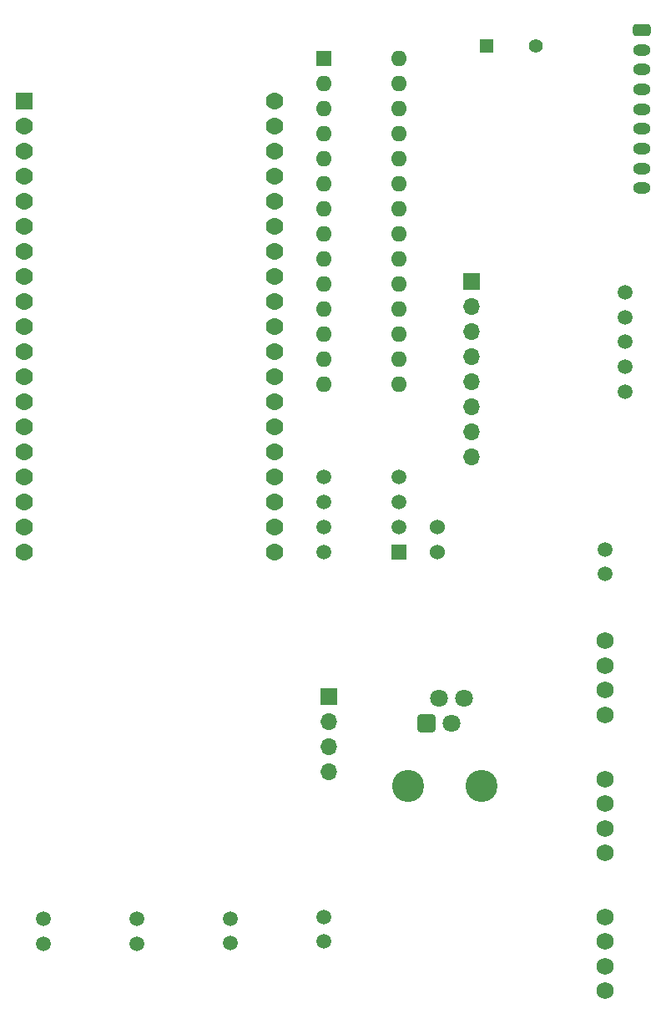
<source format=gbr>
%TF.GenerationSoftware,KiCad,Pcbnew,8.0.6*%
%TF.CreationDate,2025-02-14T11:57:36-07:00*%
%TF.ProjectId,Capstone_DataLogger,43617073-746f-46e6-955f-446174614c6f,rev?*%
%TF.SameCoordinates,Original*%
%TF.FileFunction,Soldermask,Bot*%
%TF.FilePolarity,Negative*%
%FSLAX46Y46*%
G04 Gerber Fmt 4.6, Leading zero omitted, Abs format (unit mm)*
G04 Created by KiCad (PCBNEW 8.0.6) date 2025-02-14 11:57:36*
%MOMM*%
%LPD*%
G01*
G04 APERTURE LIST*
G04 Aperture macros list*
%AMRoundRect*
0 Rectangle with rounded corners*
0 $1 Rounding radius*
0 $2 $3 $4 $5 $6 $7 $8 $9 X,Y pos of 4 corners*
0 Add a 4 corners polygon primitive as box body*
4,1,4,$2,$3,$4,$5,$6,$7,$8,$9,$2,$3,0*
0 Add four circle primitives for the rounded corners*
1,1,$1+$1,$2,$3*
1,1,$1+$1,$4,$5*
1,1,$1+$1,$6,$7*
1,1,$1+$1,$8,$9*
0 Add four rect primitives between the rounded corners*
20,1,$1+$1,$2,$3,$4,$5,0*
20,1,$1+$1,$4,$5,$6,$7,0*
20,1,$1+$1,$6,$7,$8,$9,0*
20,1,$1+$1,$8,$9,$2,$3,0*%
G04 Aperture macros list end*
%ADD10R,1.422400X1.422400*%
%ADD11C,1.422400*%
%ADD12C,1.752600*%
%ADD13R,1.700000X1.700000*%
%ADD14O,1.700000X1.700000*%
%ADD15C,1.498600*%
%ADD16R,1.600000X1.600000*%
%ADD17O,1.600000X1.600000*%
%ADD18C,1.524000*%
%ADD19RoundRect,0.102000X-0.780000X-0.780000X0.780000X-0.780000X0.780000X0.780000X-0.780000X0.780000X0*%
%ADD20C,1.764000*%
%ADD21RoundRect,0.250000X-0.650000X0.350000X-0.650000X-0.350000X0.650000X-0.350000X0.650000X0.350000X0*%
%ADD22O,1.800000X1.200000*%
%ADD23R,1.498600X1.498600*%
%ADD24C,3.250000*%
%ADD25RoundRect,0.250000X-0.650000X-0.650000X0.650000X-0.650000X0.650000X0.650000X-0.650000X0.650000X0*%
%ADD26C,1.800000*%
G04 APERTURE END LIST*
D10*
%TO.C,XTAL1*%
X153500000Y-43500000D03*
D11*
X158500000Y-43500000D03*
%TD*%
D12*
%TO.C,J7*%
X165529801Y-117783400D03*
X165529801Y-120283400D03*
X165529801Y-122783400D03*
X165529801Y-125283400D03*
%TD*%
D13*
%TO.C,J6*%
X151979386Y-67340000D03*
D14*
X151979386Y-69880000D03*
X151979386Y-72420000D03*
X151979386Y-74960000D03*
X151979386Y-77500000D03*
X151979386Y-80040000D03*
X151979386Y-82580000D03*
X151979386Y-85120000D03*
%TD*%
D15*
%TO.C,J3*%
X167500000Y-68500000D03*
X167500000Y-71000000D03*
X167500000Y-73500000D03*
X167500000Y-76000000D03*
X167500000Y-78500000D03*
%TD*%
D16*
%TO.C,U3*%
X137000000Y-44760000D03*
D17*
X137000000Y-47300000D03*
X137000000Y-49840000D03*
X137000000Y-52380000D03*
X137000000Y-54920000D03*
X137000000Y-57460000D03*
X137000000Y-60000000D03*
X137000000Y-62540000D03*
X137000000Y-65080000D03*
X137000000Y-67620000D03*
X137000000Y-70160000D03*
X137000000Y-72700000D03*
X137000000Y-75240000D03*
X137000000Y-77780000D03*
X144620000Y-77780000D03*
X144620000Y-75240000D03*
X144620000Y-72700000D03*
X144620000Y-70160000D03*
X144620000Y-67620000D03*
X144620000Y-65080000D03*
X144620000Y-62540000D03*
X144620000Y-60000000D03*
X144620000Y-57460000D03*
X144620000Y-54920000D03*
X144620000Y-52380000D03*
X144620000Y-49840000D03*
X144620000Y-47300000D03*
X144620000Y-44760000D03*
%TD*%
D13*
%TO.C,J11*%
X137500000Y-109420000D03*
D14*
X137500000Y-111960000D03*
X137500000Y-114500000D03*
X137500000Y-117040000D03*
%TD*%
D18*
%TO.C,Y2*%
X148500000Y-94770000D03*
X148500000Y-92230000D03*
%TD*%
D19*
%TO.C,U2*%
X106600000Y-49060000D03*
D20*
X106600000Y-51600000D03*
X106600000Y-54140000D03*
X106600000Y-56680000D03*
X106600000Y-59220000D03*
X106600000Y-61760000D03*
X106600000Y-64300000D03*
X106600000Y-66840000D03*
X106600000Y-69380000D03*
X106600000Y-71920000D03*
X106600000Y-74460000D03*
X106600000Y-77000000D03*
X106600000Y-79540000D03*
X106600000Y-82080000D03*
X106600000Y-84620000D03*
X106600000Y-87160000D03*
X106600000Y-89700000D03*
X106600000Y-92240000D03*
X106600000Y-94780000D03*
X132000000Y-49060000D03*
X132000000Y-51600000D03*
X132000000Y-54140000D03*
X132000000Y-56680000D03*
X132000000Y-59220000D03*
X132000000Y-61760000D03*
X132000000Y-64300000D03*
X132000000Y-66840000D03*
X132000000Y-69380000D03*
X132000000Y-71920000D03*
X132000000Y-74460000D03*
X132000000Y-77000000D03*
X132000000Y-79540000D03*
X132000000Y-82080000D03*
X132000000Y-84620000D03*
X132000000Y-87160000D03*
X132000000Y-89700000D03*
X132000000Y-92240000D03*
X132000000Y-94780000D03*
%TD*%
D12*
%TO.C,J9*%
X165529801Y-131783400D03*
X165529801Y-134283400D03*
X165529801Y-136783400D03*
X165529801Y-139283400D03*
%TD*%
D21*
%TO.C,U1*%
X169200000Y-41900000D03*
D22*
X169200000Y-43900000D03*
X169200000Y-45900000D03*
X169200000Y-47900000D03*
X169200000Y-49900000D03*
X169200000Y-51900000D03*
X169200000Y-53900000D03*
X169200000Y-55900000D03*
X169200000Y-57900000D03*
%TD*%
D23*
%TO.C,U4*%
X144620000Y-94810000D03*
D15*
X144620000Y-92270000D03*
X144620000Y-89730000D03*
X144620000Y-87190000D03*
X137000000Y-87190000D03*
X137000000Y-89730000D03*
X137000000Y-92270000D03*
X137000000Y-94810000D03*
%TD*%
D24*
%TO.C,J10*%
X145500000Y-118500000D03*
X153000000Y-118500000D03*
D25*
X147410000Y-112150000D03*
D26*
X148680000Y-109610000D03*
X149950000Y-112150000D03*
X151220000Y-109610000D03*
%TD*%
D15*
%TO.C,J5*%
X117992601Y-132000000D03*
X117992601Y-134500000D03*
%TD*%
D12*
%TO.C,J8*%
X165529801Y-103783400D03*
X165529801Y-106283400D03*
X165529801Y-108783400D03*
X165529801Y-111283400D03*
%TD*%
D15*
%TO.C,J12*%
X165500000Y-94500000D03*
X165500000Y-97000000D03*
%TD*%
%TO.C,J1*%
X127462800Y-131934700D03*
X127462800Y-134434700D03*
%TD*%
%TO.C,J4*%
X108500000Y-132000000D03*
X108500000Y-134500000D03*
%TD*%
%TO.C,J2*%
X137000000Y-131783400D03*
X137000000Y-134283400D03*
%TD*%
M02*

</source>
